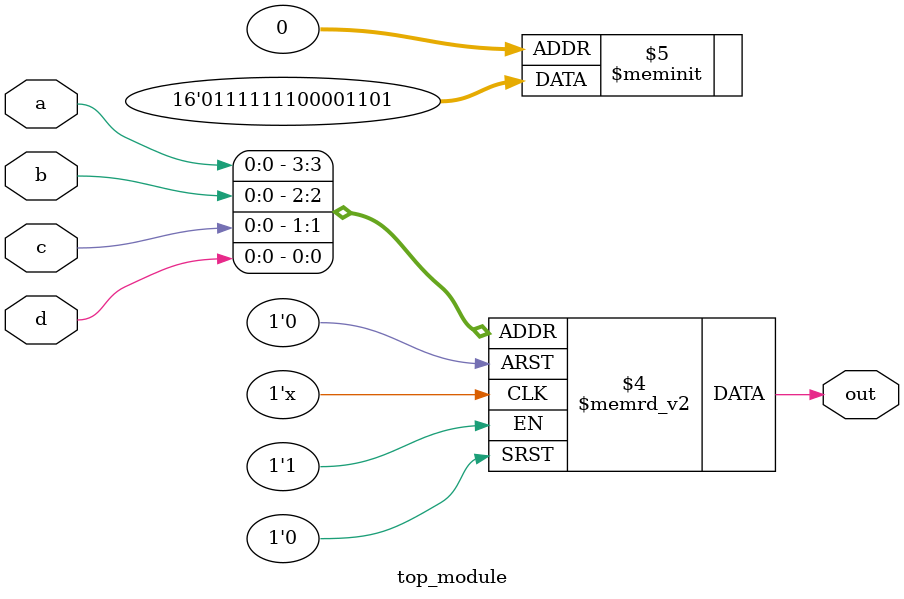
<source format=sv>
module top_module (
    input a, 
    input b,
    input c,
    input d,
    output reg out
);

always @(*)
begin
    case({a,b,c,d})
        4'b0000: out = 1'b1; 
        4'b0001: out = 1'b0; 
        4'b0010: out = 1'b1; 
        4'b0011: out = 1'b1; 
        4'b0100: out = 1'b0;
        4'b0101: out = 1'b0;
        4'b0110: out = 1'b0;
        4'b0111: out = 1'b0;
        4'b1000: out = 1'b1;
        4'b1001: out = 1'b1;
        4'b1010: out = 1'b1;
        4'b1011: out = 1'b1;
        4'b1100: out = 1'b1;
        4'b1101: out = 1'b1;
        4'b1110: out = 1'b1;
        default: out = 1'b0;
    endcase
end

endmodule

</source>
